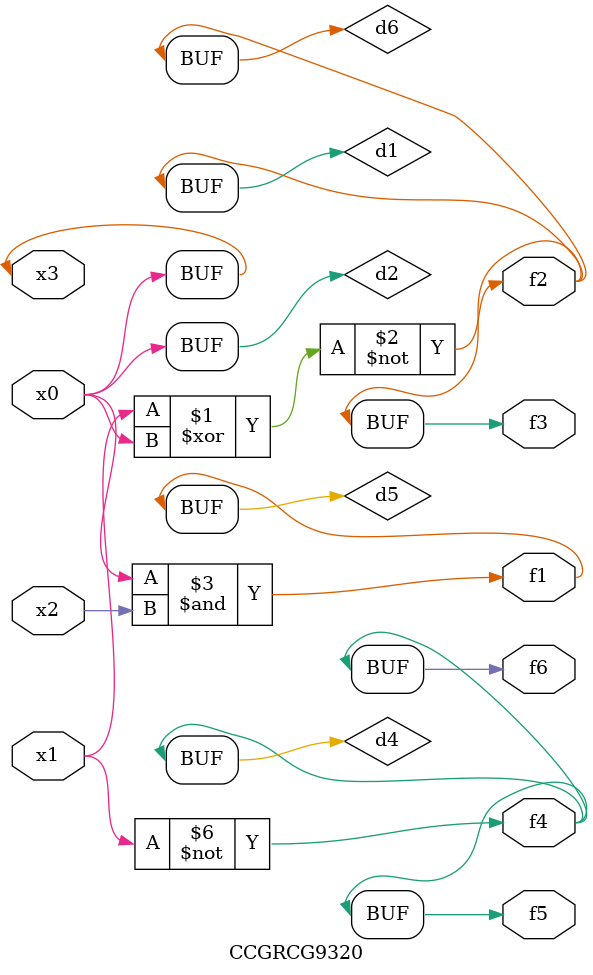
<source format=v>
module CCGRCG9320(
	input x0, x1, x2, x3,
	output f1, f2, f3, f4, f5, f6
);

	wire d1, d2, d3, d4, d5, d6;

	xnor (d1, x1, x3);
	buf (d2, x0, x3);
	nand (d3, x0, x2);
	not (d4, x1);
	nand (d5, d3);
	or (d6, d1);
	assign f1 = d5;
	assign f2 = d6;
	assign f3 = d6;
	assign f4 = d4;
	assign f5 = d4;
	assign f6 = d4;
endmodule

</source>
